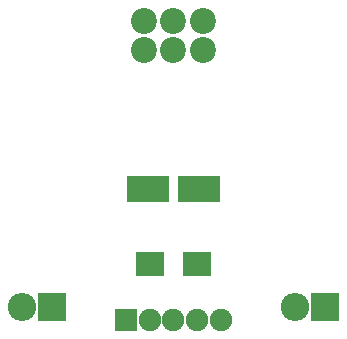
<source format=gbs>
%TF.GenerationSoftware,KiCad,Pcbnew,4.0.4-1.fc24-product*%
%TF.CreationDate,2018-01-11T10:53:59+11:00*%
%TF.ProjectId,A_BND_BUF,415F424E445F4255462E6B696361645F,rev?*%
%TF.FileFunction,Soldermask,Bot*%
%FSLAX46Y46*%
G04 Gerber Fmt 4.6, Leading zero omitted, Abs format (unit mm)*
G04 Created by KiCad (PCBNEW 4.0.4-1.fc24-product) date Thu Jan 11 10:53:59 2018*
%MOMM*%
%LPD*%
G01*
G04 APERTURE LIST*
%ADD10C,0.100000*%
%ADD11O,2.398980X2.398980*%
%ADD12R,2.398980X2.398980*%
%ADD13C,2.200000*%
%ADD14R,3.549600X2.200860*%
%ADD15R,2.400000X2.000000*%
%ADD16R,1.900000X1.900000*%
%ADD17C,1.900000*%
G04 APERTURE END LIST*
D10*
D11*
X138210000Y-94250000D03*
D12*
X140750000Y-94250000D03*
D11*
X161250000Y-94250000D03*
D12*
X163790000Y-94250000D03*
D13*
X153500000Y-70000000D03*
X151000000Y-70000000D03*
X148500000Y-70000000D03*
X153500000Y-72500000D03*
X151000000Y-72500000D03*
X148500000Y-72500000D03*
D14*
X148874020Y-84200000D03*
X153125980Y-84200000D03*
D15*
X153000000Y-90600000D03*
X149000000Y-90600000D03*
D16*
X147000000Y-95300000D03*
D17*
X149000000Y-95300000D03*
X151000000Y-95300000D03*
X153000000Y-95300000D03*
X155000000Y-95300000D03*
M02*

</source>
